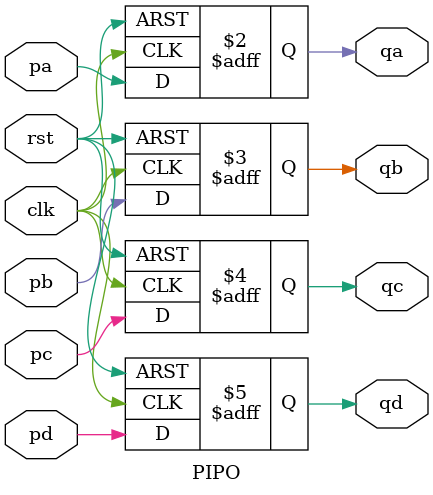
<source format=v>
module PIPO(clk,rst,pa,pb,pc,pd,qa,qb,qc,qd);
  input clk,rst,pa,pb,pc,pd;
  output qa,qb,qc,qd;
  reg qa,qb,qc,qd;
  always @(posedge clk or posedge rst)
  if(rst) begin
    qa=1'b0;
    qb=1'b0;
    qc=1'b0;
    qd=1'b0;
  end
  else begin
    qa<=pa;
    qb<=pb;
    qc<=pc;
    qd<=pd;
  end
endmodule

</source>
